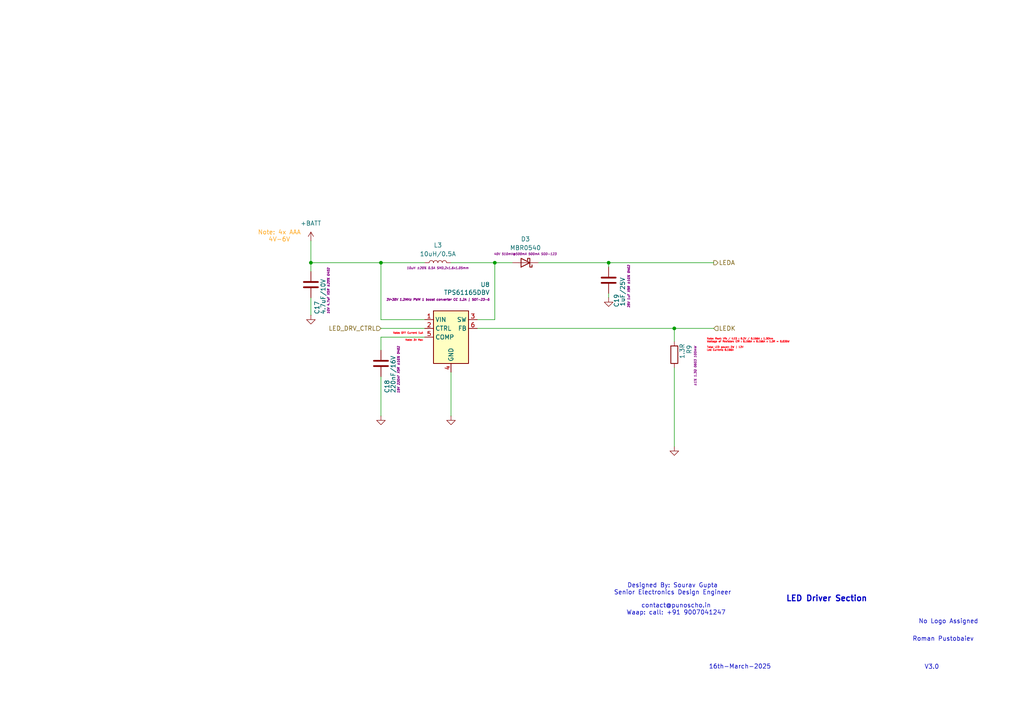
<source format=kicad_sch>
(kicad_sch (version 20250114) (generator "eeschema") (generator_version "9.0")
  (paper "A4")
  (lib_symbols
    (symbol "Device:C" (pin_numbers (hide yes)) (pin_names (offset 0.254))
      (property "Reference" "C" (at 0.635 2.54 0))
      (property "Value" "C" (at 0.635 -2.54 0))
      (symbol "C_0_1"
        (polyline (pts (xy -2.032 0.762) (xy 2.032 0.762)) (stroke (width 0.508)))
        (polyline (pts (xy -2.032 -0.762) (xy 2.032 -0.762)) (stroke (width 0.508)))
      )
      (symbol "C_1_1"
        (pin passive line (at 0 3.81 270) (length 2.794) (name "~") (number "1"))
        (pin passive line (at 0 -3.81 90) (length 2.794) (name "~") (number "2"))
      )
    )
    (symbol "Device:D_Schottky" (pin_numbers (hide yes)) (pin_names (offset 1.016) (hide yes))
      (property "Reference" "D" (at 0 2.54 0))
      (property "Value" "D_Schottky" (at 0 -2.54 0))
      (symbol "D_Schottky_0_1"
        (polyline (pts (xy -1.905 0.635) (xy -1.905 1.27) (xy -1.27 1.27) (xy -1.27 -1.27) (xy -0.635 -1.27) (xy -0.635 -0.635)) (stroke (width 0.254)))
        (polyline (pts (xy 1.27 1.27) (xy 1.27 -1.27) (xy -1.27 0) (xy 1.27 1.27)) (stroke (width 0.254)))
        (polyline (pts (xy 1.27 0) (xy -1.27 0)))
      )
      (symbol "D_Schottky_1_1"
        (pin passive line (at -3.81 0 0) (length 2.54) (name "K") (number "1"))
        (pin passive line (at 3.81 0 180) (length 2.54) (name "A") (number "2"))
      )
    )
    (symbol "Device:L" (pin_numbers (hide yes)) (pin_names (offset 1.016) (hide yes))
      (property "Reference" "L" (at -1.27 0 90))
      (property "Value" "L" (at 1.905 0 90))
      (symbol "L_0_1"
        (arc (start 0 2.54) (mid 0.6323 1.905) (end 0 1.27))
        (arc (start 0 1.27) (mid 0.6323 0.635) (end 0 0))
        (arc (start 0 0) (mid 0.6323 -0.635) (end 0 -1.27))
        (arc (start 0 -1.27) (mid 0.6323 -1.905) (end 0 -2.54))
      )
      (symbol "L_1_1"
        (pin passive line (at 0 3.81 270) (length 1.27) (name "1") (number "1"))
        (pin passive line (at 0 -3.81 90) (length 1.27) (name "2") (number "2"))
      )
    )
    (symbol "Device:R" (pin_numbers (hide yes)) (pin_names (offset 0))
      (property "Reference" "R" (at 2.032 0 90))
      (property "Value" "R" (at 0 0 90))
      (symbol "R_0_1"
        (rectangle (start -1.016 -2.54) (end 1.016 2.54) (stroke (width 0.254)))
      )
      (symbol "R_1_1"
        (pin passive line (at 0 3.81 270) (length 1.27) (name "~") (number "1"))
        (pin passive line (at 0 -3.81 90) (length 1.27) (name "~") (number "2"))
      )
    )
    (symbol "Driver_LED:TPS61165DBV"
      (property "Reference" "U" (at 0 11.43 0))
      (property "Value" "TPS61165DBV" (at 0 8.89 0))
      (symbol "TPS61165DBV_1_1"
        (rectangle (start -5.08 7.62) (end 5.08 -7.62) (stroke (width 0.254)) (fill (type background)))
        (pin power_in line (at -7.62 5.08 0) (length 2.54) (name "VIN") (number "1"))
        (pin input line (at -7.62 2.54 0) (length 2.54) (name "CTRL") (number "2"))
        (pin output line (at -7.62 0 0) (length 2.54) (name "COMP") (number "5"))
        (pin power_in line (at 0 -10.16 90) (length 2.54) (name "GND") (number "4"))
        (pin output line (at 7.62 5.08 180) (length 2.54) (name "SW") (number "3"))
        (pin input line (at 7.62 2.54 180) (length 2.54) (name "FB") (number "6"))
      )
    )
    (symbol "power:+BATT" (power) (pin_numbers (hide yes)) (pin_names (offset 0) (hide yes))
      (property "Value" "+BATT" (at 0 3.556 0))
      (symbol "+BATT_0_1"
        (polyline (pts (xy -0.762 1.27) (xy 0 2.54)))
        (polyline (pts (xy 0 2.54) (xy 0.762 1.27)))
        (polyline (pts (xy 0 0) (xy 0 2.54)))
      )
      (symbol "+BATT_1_1"
        (pin power_in line (at 0 0 90) (length 0) (name "~") (number "1"))
      )
    )
    (symbol "power:GND" (power) (pin_numbers (hide yes)) (pin_names (offset 0) (hide yes))
      (property "Value" "GND" (at 0 -3.81 0))
      (symbol "GND_0_1"
        (polyline (pts (xy 0 0) (xy 0 -1.27) (xy 1.27 -1.27) (xy 0 -2.54) (xy -1.27 -1.27) (xy 0 -1.27)))
      )
      (symbol "GND_1_1"
        (pin power_in line (at 0 0 270) (length 0) (name "~") (number "1"))
      )
    )
  )
  (text "Designed By: Sourav Gupta\nSenior Electronics Design Engineer" (at 195.072 170.942 0) (effects (font (size 1.27 1.27))))
  (text "contact@punoscho.in\nWaap: call: +91 9007041247" (at 196.088 176.784 0) (effects (font (size 1.27 1.27))))
  (text "16th-March-2025" (at 214.6097 193.4801 0) (effects (font (size 1.27 1.27))))
  (text "Note: 4x AAA\n4V-6V" (at 81.026 68.58 0) (effects (font (size 1.27 1.27))))
  (text "Note: Rset: Vfb / ILED : 0.2V / 0.166A : 1.3Ohm\nWattage of Resistor: I2R : 0.166A x 0.166A x 1.3R = 0.035W\n\nTotal LED power: 2W | 12V \nLed Current: 0.166A" (at 204.978 100.076 0) (effects (font (size 0.508 0.508)) (justify left)))
  (text "Roman Pustobaiev" (at 273.558 185.42 0) (effects (font (size 1.27 1.27))))
  (text "Note: OFF Current 1uA" (at 118.364 96.774 0) (effects (font (size 0.508 0.508))))
  (text "V3.0" (at 270.256 193.548 0) (effects (font (size 1.27 1.27))))
  (text "No Logo Assigned" (at 275.082 180.34 0) (effects (font (size 1.27 1.27))))
  (text "LED Driver Section" (at 239.776 173.736 0) (effects (font (size 1.651 1.651) (thickness 0.3302) (bold yes))))
  (text "Note: 3V Max" (at 120.142 98.806 0) (effects (font (size 0.508 0.508))))
  (junction (at 176.53 76.2))
  (junction (at 143.51 76.2))
  (junction (at 110.49 76.2))
  (junction (at 195.58 95.25))
  (junction (at 90.17 76.2))
  (wire (pts (xy 143.51 76.2) (xy 148.59 76.2)))
  (wire (pts (xy 90.17 69.85) (xy 90.17 76.2)))
  (wire (pts (xy 138.43 95.25) (xy 195.58 95.25)))
  (wire (pts (xy 176.53 85.09) (xy 176.53 86.36)))
  (wire (pts (xy 176.53 76.2) (xy 176.53 77.47)))
  (wire (pts (xy 90.17 76.2) (xy 90.17 78.74)))
  (wire (pts (xy 110.49 95.25) (xy 123.19 95.25)))
  (wire (pts (xy 110.49 92.71) (xy 110.49 76.2)))
  (wire (pts (xy 90.17 86.36) (xy 90.17 91.44)))
  (wire (pts (xy 130.81 76.2) (xy 143.51 76.2)))
  (wire (pts (xy 195.58 95.25) (xy 195.58 99.06)))
  (wire (pts (xy 110.49 109.22) (xy 110.49 120.65)))
  (wire (pts (xy 123.19 97.79) (xy 110.49 97.79)))
  (wire (pts (xy 207.01 95.25) (xy 195.58 95.25)))
  (wire (pts (xy 123.19 92.71) (xy 110.49 92.71)))
  (wire (pts (xy 176.53 76.2) (xy 207.01 76.2)))
  (wire (pts (xy 195.58 106.68) (xy 195.58 129.54)))
  (wire (pts (xy 110.49 76.2) (xy 123.19 76.2)))
  (wire (pts (xy 156.21 76.2) (xy 176.53 76.2)))
  (wire (pts (xy 130.81 120.65) (xy 130.81 107.95)))
  (wire (pts (xy 90.17 76.2) (xy 110.49 76.2)))
  (wire (pts (xy 110.49 97.79) (xy 110.49 101.6)))
  (wire (pts (xy 138.43 92.71) (xy 143.51 92.71)))
  (wire (pts (xy 143.51 92.71) (xy 143.51 76.2)))
  (hierarchical_label "LEDA" (shape output) (at 207.01 76.2 0))
  (hierarchical_label "LED_DRV_CTRL" (shape input) (at 110.49 95.25 180))
  (hierarchical_label "LEDK" (shape input) (at 207.01 95.25 0))
  (symbol (lib_id "power:GND") (at 90.17 91.44 0) (mirror y) (unit 1)
    (property "Reference" "#PWR029" (effects (hide yes)))
    (property "Value" "GND" (effects (hide yes)))
    (property "Description" "Power symbol creates a global label with name \"GND\" , ground" (effects (hide yes)))
    (instances (project "prox_sensor" (path "" (reference "#PWR050") (unit 1)) (path "" (reference "#PWR044") (unit 1)) (path "" (reference "#PWR029") (unit 1))))
  )
  (symbol (lib_id "Device:D_Schottky") (at 152.4 76.2 180) (unit 1)
    (property "Reference" "D1" (at 152.4 69.342 0))
    (property "Value" "MBR0540" (at 152.4 71.882 0))
    (property "Footprint" "Diode_SMD:D_SOD-123" (effects (hide yes)))
    (property "Description" "Schottky diode" (effects (hide yes)))
    (property "MFR" "Shikues" (effects (hide yes)))
    (property "MFR-PN" "MBR0540" (effects (hide yes)))
    (property "INFO" "40V 510mV@500mA 500mA SOD-123" (at 152.4 73.66 0) (effects (font (size 0.635 0.635) (bold yes) (italic yes))))
    (property "LCSC PN" "C116159" (effects (hide yes)))
    (instances (project "prox_sensor" (path "" (reference "D3") (unit 1)) (path "" (reference "D2") (unit 1)) (path "" (reference "D1") (unit 1))))
  )
  (symbol (lib_id "power:GND") (at 130.81 120.65 0) (mirror y) (unit 1)
    (property "Reference" "#PWR031" (effects (hide yes)))
    (property "Value" "GND" (effects (hide yes)))
    (property "Description" "Power symbol creates a global label with name \"GND\" , ground" (effects (hide yes)))
    (instances (project "prox_sensor" (path "" (reference "#PWR052") (unit 1)) (path "" (reference "#PWR046") (unit 1)) (path "" (reference "#PWR031") (unit 1))))
  )
  (symbol (lib_id "Device:R") (at 195.58 102.87 0) (mirror y) (unit 1)
    (property "Reference" "R7" (at 199.898 101.346 90))
    (property "Value" "1.3R" (at 197.866 101.854 90))
    (property "Footprint" "Capacitor_SMD:C_0603_1608Metric" (effects (hide yes)))
    (property "Description" "Resistor" (effects (hide yes)))
    (property "MFR" "RESI" (effects (hide yes)))
    (property "MFR-PN" "ETCR0603F1R30T9" (effects (hide yes)))
    (property "INFO" "±1% 1.3Ω 0603 100mW" (at 201.676 106.172 90) (effects (font (size 0.635 0.635) (bold yes) (italic yes))))
    (property "LCSC PN" "C365462" (effects (hide yes)))
    (instances (project "prox_sensor" (path "" (reference "R9") (unit 1)) (path "" (reference "R8") (unit 1)) (path "" (reference "R7") (unit 1))))
  )
  (symbol (lib_id "power:GND") (at 110.49 120.65 0) (mirror y) (unit 1)
    (property "Reference" "#PWR030" (effects (hide yes)))
    (property "Value" "GND" (effects (hide yes)))
    (property "Description" "Power symbol creates a global label with name \"GND\" , ground" (effects (hide yes)))
    (instances (project "prox_sensor" (path "" (reference "#PWR051") (unit 1)) (path "" (reference "#PWR045") (unit 1)) (path "" (reference "#PWR030") (unit 1))))
  )
  (symbol (lib_id "power:+BATT") (at 90.17 69.85 0) (unit 1)
    (property "Reference" "#PWR028" (effects (hide yes)))
    (property "Value" "+BATT" (at 90.17 64.77 0))
    (property "Description" "Power symbol creates a global label with name \"+BATT\"" (effects (hide yes)))
    (instances (project "prox_sensor" (path "" (reference "#PWR049") (unit 1)) (path "" (reference "#PWR043") (unit 1)) (path "" (reference "#PWR028") (unit 1))))
  )
  (symbol (lib_id "Device:C") (at 176.53 81.28 0) (unit 1)
    (property "Reference" "C11" (at 178.816 89.154 90) (effects (justify left)))
    (property "Value" "1uF/25V" (at 180.594 88.9 90) (effects (justify left)))
    (property "Footprint" "Capacitor_SMD:C_0402_1005Metric" (effects (hide yes)))
    (property "Description" "Unpolarized capacitor" (effects (hide yes)))
    (property "MFR" "Samsung Electro-Mechanics" (effects (hide yes)))
    (property "MFR-PN" "CL05A105KA5NQNC" (effects (hide yes)))
    (property "LCSC PN" "C52923" (effects (hide yes)))
    (property "INFO" "25V 1uF X5R ±10% 0402" (at 182.372 83.058 90) (effects (font (size 0.635 0.635) (bold yes) (italic yes))))
    (instances (project "prox_sensor" (path "" (reference "C19") (unit 1)) (path "" (reference "C16") (unit 1)) (path "" (reference "C11") (unit 1))))
  )
  (symbol (lib_id "power:GND") (at 195.58 129.54 0) (mirror y) (unit 1)
    (property "Reference" "#PWR033" (effects (hide yes)))
    (property "Value" "GND" (effects (hide yes)))
    (property "Description" "Power symbol creates a global label with name \"GND\" , ground" (effects (hide yes)))
    (instances (project "prox_sensor" (path "" (reference "#PWR054") (unit 1)) (path "" (reference "#PWR048") (unit 1)) (path "" (reference "#PWR033") (unit 1))))
  )
  (symbol (lib_id "Device:L") (at 127 76.2 90) (unit 1)
    (property "Reference" "L1" (at 127 71.12 90))
    (property "Value" "10uH/0.5A" (at 127 73.66 90))
    (property "Footprint" "1-COB-MOD:L_Murata_DFE201610P" (effects (hide yes)))
    (property "Description" "Inductor" (effects (hide yes)))
    (property "MFR-PN" "CDRH4D22HPNP-100MC" (effects (hide yes)))
    (property "MFR" "Sumida" (effects (hide yes)))
    (property "LCSC PN" "C212280" (effects (hide yes)))
    (property "INFO" "10uH ±20% 0.5A SMD,2x1.6x1.05mm" (at 127 77.724 90) (effects (font (size 0.635 0.635) (bold yes) (italic yes))))
    (instances (project "prox_sensor" (path "" (reference "L3") (unit 1)) (path "" (reference "L2") (unit 1)) (path "" (reference "L1") (unit 1))))
  )
  (symbol (lib_id "Device:C") (at 90.17 82.55 0) (unit 1)
    (property "Reference" "C9" (at 91.948 91.186 90) (effects (justify left)))
    (property "Value" "4.7uF/10V" (at 93.726 91.186 90) (effects (justify left)))
    (property "Footprint" "Capacitor_SMD:C_0402_1005Metric" (effects (hide yes)))
    (property "Description" "Unpolarized capacitor" (effects (hide yes)))
    (property "MFR" "Samsung Electro-Mechanics" (effects (hide yes)))
    (property "MFR-PN" "CL05A475MP5NRNC" (effects (hide yes)))
    (property "LCSC PN" "C23733" (effects (hide yes)))
    (property "INFO" "10V 4.7uF X5R ±20% 0402" (at 95.25 84.328 90) (effects (font (size 0.635 0.635) (bold yes) (italic yes))))
    (instances (project "prox_sensor" (path "" (reference "C17") (unit 1)) (path "" (reference "C14") (unit 1)) (path "" (reference "C9") (unit 1))))
  )
  (symbol (lib_id "Driver_LED:TPS61165DBV") (at 130.81 97.79 0) (unit 1)
    (property "Reference" "U5" (at 140.716 82.55 0))
    (property "Value" "TPS61165DBV" (at 135.382 84.836 0))
    (property "Footprint" "Package_TO_SOT_SMD:SOT-23-6" (effects (hide yes)))
    (property "Datasheet" "https://www.ti.com/lit/ds/symlink/tps61165.pdf" (effects (hide yes)))
    (property "Description" "High-Brightness, Constant current LED Driver, 3V to 18V input voltage range, internal switch, up to 38V/1.2A output,  SOT-23-6" (effects (hide yes)))
    (property "MFR" "Texas Instruments" (effects (hide yes)))
    (property "MFR-PN" "TPS61165DBVR" (effects (hide yes)))
    (property "INFO" "3V~38V 1.2MHz PWM 1 boost converter CC 1.2A | SOT-23-6" (at 127 86.868 0) (effects (font (size 0.635 0.635) (bold yes) (italic yes))))
    (property "LCSC PN" "C58756" (effects (hide yes)))
    (instances (project "prox_sensor" (path "" (reference "U8") (unit 1)) (path "" (reference "U7") (unit 1)) (path "" (reference "U5") (unit 1))))
  )
  (symbol (lib_id "power:GND") (at 176.53 86.36 0) (mirror y) (unit 1)
    (property "Reference" "#PWR032" (effects (hide yes)))
    (property "Value" "GND" (effects (hide yes)))
    (property "Description" "Power symbol creates a global label with name \"GND\" , ground" (effects (hide yes)))
    (instances (project "prox_sensor" (path "" (reference "#PWR053") (unit 1)) (path "" (reference "#PWR047") (unit 1)) (path "" (reference "#PWR032") (unit 1))))
  )
  (symbol (lib_id "Device:C") (at 110.49 105.41 0) (unit 1)
    (property "Reference" "C10" (at 112.268 114.046 90) (effects (justify left)))
    (property "Value" "220nF/16V" (at 114.046 114.046 90) (effects (justify left)))
    (property "Footprint" "Capacitor_SMD:C_0402_1005Metric" (effects (hide yes)))
    (property "Description" "Unpolarized capacitor" (effects (hide yes)))
    (property "MFR" "Samsung Electro-Mechanics" (effects (hide yes)))
    (property "MFR-PN" "CL05B224KO5NNNC" (effects (hide yes)))
    (property "LCSC PN" "C16772" (effects (hide yes)))
    (property "INFO" "16V 220nF X5R ±10% 0402" (at 115.57 107.188 90) (effects (font (size 0.635 0.635) (bold yes) (italic yes))))
    (instances (project "prox_sensor" (path "" (reference "C18") (unit 1)) (path "" (reference "C15") (unit 1)) (path "" (reference "C10") (unit 1))))
  )
)
</source>
